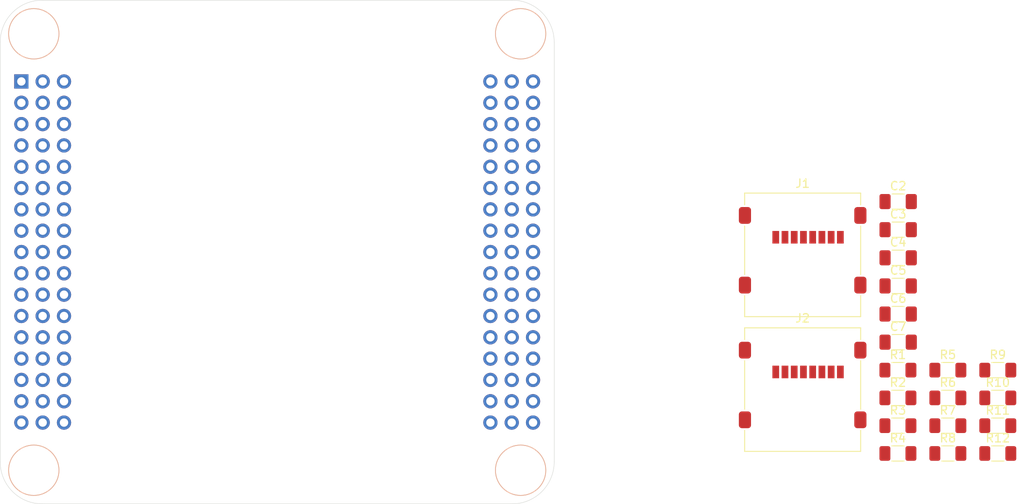
<source format=kicad_pcb>
(kicad_pcb (version 20241229) (generator "pcbnew") (generator_version "9.0")
  (layers (0 "F.Cu" signal) (2 "B.Cu" signal) (13 "F.Paste" user) (15 "B.Paste" user) (5 "F.SilkS" user "F.Silkscreen") (7 "B.SilkS" user "B.Silkscreen") (1 "F.Mask" user) (3 "B.Mask" user) (25 "Edge.Cuts" user))
  (net 0 "")
  (net 103 "+3.3V")
  (net 104 "GND")
  (net 105 "/SD_CONNECTOR_CMD")
  (net 106 "/SD_CONNECTOR_DAT2")
  (net 107 "/SD_CONNECTOR_DAT1")
  (net 108 "/SD_CONNECTOR_DAT0")
  (net 109 "/SD_CONNECTOR_DAT3")
  (net 110 "/SD_CONNECTOR_CLK")
  (net 111 "XYZ_sd_data_2")
  (net 112 "XYZ_sd_clock")
  (net 113 "XYZ_sd_data_0")
  (net 114 "XYZ_sd_data_3")
  (net 115 "XYZ_data_1")
  (net 116 "XYZ_sd_cmd")
  (footprint "Resistor_SMD:R_1206_3216Metric_Pad1.30x1.75mm_HandSolder" (layer "F.Cu") (at 235.85 117.38)
    (property "Reference" "R10" (at 0 -1.83 0) (layer "F.SilkS"))
    (property "Value" "R_Small")
    (fp_line (start -0.727064 -0.91) (end 0.727064 -0.91) (stroke (width 0.12)) (layer "F.SilkS"))
    (fp_line (start -0.727064 0.91) (end 0.727064 0.91) (stroke (width 0.12)) (layer "F.SilkS"))
    (pad "1" smd roundrect (at -1.55 0) (size 1.3 1.75) (layers "F.Cu" "F.Mask" "F.Paste") (roundrect_rratio 0.192308))
    (pad "2" smd roundrect (at 1.55 0) (size 1.3 1.75) (layers "F.Cu" "F.Mask" "F.Paste") (roundrect_rratio 0.192308) (net 108 "/SD_CONNECTOR_DAT0"))
  )
  (footprint "Resistor_SMD:R_1206_3216Metric_Pad1.30x1.75mm_HandSolder" (layer "F.Cu") (at 235.85 124)
    (property "Reference" "R12" (at 0 -1.83 0) (layer "F.SilkS"))
    (property "Value" "R_Small")
    (fp_line (start -0.727064 -0.91) (end 0.727064 -0.91) (stroke (width 0.12)) (layer "F.SilkS"))
    (fp_line (start -0.727064 0.91) (end 0.727064 0.91) (stroke (width 0.12)) (layer "F.SilkS"))
    (pad "1" smd roundrect (at -1.55 0) (size 1.3 1.75) (layers "F.Cu" "F.Mask" "F.Paste") (roundrect_rratio 0.192308))
    (pad "2" smd roundrect (at 1.55 0) (size 1.3 1.75) (layers "F.Cu" "F.Mask" "F.Paste") (roundrect_rratio 0.192308) (net 107 "/SD_CONNECTOR_DAT1"))
  )
  (footprint "Resistor_SMD:R_1206_3216Metric_Pad1.30x1.75mm_HandSolder" (layer "F.Cu") (at 223.95 120.69)
    (property "Reference" "R3" (at 0 -1.83 0) (layer "F.SilkS"))
    (property "Value" "R_Small")
    (fp_line (start -0.727064 -0.91) (end 0.727064 -0.91) (stroke (width 0.12)) (layer "F.SilkS"))
    (fp_line (start -0.727064 0.91) (end 0.727064 0.91) (stroke (width 0.12)) (layer "F.SilkS"))
    (pad "1" smd roundrect (at -1.55 0) (size 1.3 1.75) (layers "F.Cu" "F.Mask" "F.Paste") (roundrect_rratio 0.192308) (net 113 "XYZ_sd_data_0"))
    (pad "2" smd roundrect (at 1.55 0) (size 1.3 1.75) (layers "F.Cu" "F.Mask" "F.Paste") (roundrect_rratio 0.192308) (net 108 "/SD_CONNECTOR_DAT0"))
  )
  (footprint "Resistor_SMD:R_1206_3216Metric_Pad1.30x1.75mm_HandSolder" (layer "F.Cu") (at 229.9 124)
    (property "Reference" "R8" (at 0 -1.83 0) (layer "F.SilkS"))
    (property "Value" "R_Small")
    (fp_line (start -0.727064 -0.91) (end 0.727064 -0.91) (stroke (width 0.12)) (layer "F.SilkS"))
    (fp_line (start -0.727064 0.91) (end 0.727064 0.91) (stroke (width 0.12)) (layer "F.SilkS"))
    (pad "1" smd roundrect (at -1.55 0) (size 1.3 1.75) (layers "F.Cu" "F.Mask" "F.Paste") (roundrect_rratio 0.192308))
    (pad "2" smd roundrect (at 1.55 0) (size 1.3 1.75) (layers "F.Cu" "F.Mask" "F.Paste") (roundrect_rratio 0.192308) (net 110 "/SD_CONNECTOR_CLK"))
  )
  (footprint "Resistor_SMD:R_1206_3216Metric_Pad1.30x1.75mm_HandSolder" (layer "F.Cu") (at 235.85 114.07)
    (property "Reference" "R9" (at 0 -1.83 0) (layer "F.SilkS"))
    (property "Value" "R_Small")
    (fp_line (start -0.727064 -0.91) (end 0.727064 -0.91) (stroke (width 0.12)) (layer "F.SilkS"))
    (fp_line (start -0.727064 0.91) (end 0.727064 0.91) (stroke (width 0.12)) (layer "F.SilkS"))
    (pad "1" smd roundrect (at -1.55 0) (size 1.3 1.75) (layers "F.Cu" "F.Mask" "F.Paste") (roundrect_rratio 0.192308))
    (pad "2" smd roundrect (at 1.55 0) (size 1.3 1.75) (layers "F.Cu" "F.Mask" "F.Paste") (roundrect_rratio 0.192308) (net 109 "/SD_CONNECTOR_DAT3"))
  )
  (footprint "Capacitor_SMD:C_1206_3216Metric_Pad1.33x1.80mm_HandSolder" (layer "F.Cu") (at 223.98 93.99)
    (property "Reference" "C2" (at 0 -1.85 0) (layer "F.SilkS"))
    (property "Value" "1u")
    (fp_line (start -0.711252 -0.91) (end 0.711252 -0.91) (stroke (width 0.12)) (layer "F.SilkS"))
    (fp_line (start -0.711252 0.91) (end 0.711252 0.91) (stroke (width 0.12)) (layer "F.SilkS"))
    (pad "1" smd roundrect (at -1.5625 0) (size 1.325 1.8) (layers "F.Cu" "F.Mask" "F.Paste") (roundrect_rratio 0.188679) (net 103 "+3.3V"))
    (pad "2" smd roundrect (at 1.5625 0) (size 1.325 1.8) (layers "F.Cu" "F.Mask" "F.Paste") (roundrect_rratio 0.188679) (net 104 "GND"))
  )
  (footprint "Resistor_SMD:R_1206_3216Metric_Pad1.30x1.75mm_HandSolder" (layer "F.Cu") (at 223.95 114.07)
    (property "Reference" "R1" (at 0 -1.83 0) (layer "F.SilkS"))
    (property "Value" "R_Small")
    (fp_line (start -0.727064 -0.91) (end 0.727064 -0.91) (stroke (width 0.12)) (layer "F.SilkS"))
    (fp_line (start -0.727064 0.91) (end 0.727064 0.91) (stroke (width 0.12)) (layer "F.SilkS"))
    (pad "1" smd roundrect (at -1.55 0) (size 1.3 1.75) (layers "F.Cu" "F.Mask" "F.Paste") (roundrect_rratio 0.192308) (net 111 "XYZ_sd_data_2"))
    (pad "2" smd roundrect (at 1.55 0) (size 1.3 1.75) (layers "F.Cu" "F.Mask" "F.Paste") (roundrect_rratio 0.192308) (net 106 "/SD_CONNECTOR_DAT2"))
  )
  (footprint "Capacitor_SMD:C_1206_3216Metric_Pad1.33x1.80mm_HandSolder" (layer "F.Cu") (at 223.98 100.69)
    (property "Reference" "C4" (at 0 -1.85 0) (layer "F.SilkS"))
    (property "Value" "10n")
    (fp_line (start -0.711252 -0.91) (end 0.711252 -0.91) (stroke (width 0.12)) (layer "F.SilkS"))
    (fp_line (start -0.711252 0.91) (end 0.711252 0.91) (stroke (width 0.12)) (layer "F.SilkS"))
    (pad "1" smd roundrect (at -1.5625 0) (size 1.325 1.8) (layers "F.Cu" "F.Mask" "F.Paste") (roundrect_rratio 0.188679) (net 103 "+3.3V"))
    (pad "2" smd roundrect (at 1.5625 0) (size 1.325 1.8) (layers "F.Cu" "F.Mask" "F.Paste") (roundrect_rratio 0.188679) (net 104 "GND"))
  )
  (footprint "Resistor_SMD:R_1206_3216Metric_Pad1.30x1.75mm_HandSolder" (layer "F.Cu") (at 223.95 124)
    (property "Reference" "R4" (at 0 -1.83 0) (layer "F.SilkS"))
    (property "Value" "R_Small")
    (fp_line (start -0.727064 -0.91) (end 0.727064 -0.91) (stroke (width 0.12)) (layer "F.SilkS"))
    (fp_line (start -0.727064 0.91) (end 0.727064 0.91) (stroke (width 0.12)) (layer "F.SilkS"))
    (pad "1" smd roundrect (at -1.55 0) (size 1.3 1.75) (layers "F.Cu" "F.Mask" "F.Paste") (roundrect_rratio 0.192308) (net 114 "XYZ_sd_data_3"))
    (pad "2" smd roundrect (at 1.55 0) (size 1.3 1.75) (layers "F.Cu" "F.Mask" "F.Paste") (roundrect_rratio 0.192308) (net 109 "/SD_CONNECTOR_DAT3"))
  )
  (footprint "pcb:StackConnector" (layer "F.Cu") (at 150 100)
    (property "Reference" "C1" (hide yes))
    (property "Value" "~" (hide yes))
    (fp_circle (center -29 -26) (end -26 -26) (stroke (width 0.1)) (fill no) (layer "F.SilkS"))
    (fp_circle (center -29 26) (end -26 26) (stroke (width 0.1)) (fill no) (layer "F.SilkS"))
    (fp_circle (center 29 -26) (end 32 -26) (stroke (width 0.1)) (fill no) (layer "F.SilkS"))
    (fp_circle (center 29 26) (end 32 26) (stroke (width 0.1)) (fill no) (layer "F.SilkS"))
    (fp_circle (center -29 -26) (end -32 -26) (stroke (width 0.1)) (fill no) (layer "B.SilkS"))
    (fp_circle (center -29 26) (end -32 26) (stroke (width 0.1)) (fill no) (layer "B.SilkS"))
    (fp_circle (center 29 -26) (end 26 -26) (stroke (width 0.1)) (fill no) (layer "B.SilkS"))
    (fp_circle (center 29 26) (end 26 26) (stroke (width 0.1)) (fill no) (layer "B.SilkS"))
    (fp_line (start -33 25) (end -33 -25) (stroke (width 0.05)) (layer "Edge.Cuts"))
    (fp_line (start -28 -30) (end 28 -30) (stroke (width 0.05)) (layer "Edge.Cuts"))
    (fp_line (start 28 30) (end -28 30) (stroke (width 0.05)) (layer "Edge.Cuts"))
    (fp_line (start 33 -25) (end 33 25) (stroke (width 0.05)) (layer "Edge.Cuts"))
    (fp_arc (start -33 -25) (mid -31.535534 -28.535534) (end -28 -30) (stroke (width 0.05)) (layer "Edge.Cuts"))
    (fp_arc (start -28 30) (mid -31.535534 28.535534) (end -33 25) (stroke (width 0.05)) (layer "Edge.Cuts"))
    (fp_arc (start 28 -30) (mid 31.535534 -28.535534) (end 33 -25) (stroke (width 0.05)) (layer "Edge.Cuts"))
    (fp_arc (start 33 25) (mid 31.535534 28.535534) (end 28 30) (stroke (width 0.05)) (layer "Edge.Cuts"))
    (pad "" np_thru_hole circle (at -29 -26) (size 3.2 3.2) (drill 3.2) (layers "*.Cu" "*.Mask"))
    (pad "" np_thru_hole circle (at -29 26) (size 3.2 3.2) (drill 3.2) (layers "*.Cu" "*.Mask"))
    (pad "" np_thru_hole circle (at 29 -26) (size 3.2 3.2) (drill 3.2) (layers "*.Cu" "*.Mask"))
    (pad "" np_thru_hole circle (at 29 26) (size 3.2 3.2) (drill 3.2) (layers "*.Cu" "*.Mask"))
    (pad "1" thru_hole rect (at -30.48 -20.32) (size 1.7 1.7) (drill 1) (layers "*.Cu" "*.Mask"))
    (pad "2" thru_hole circle (at -30.48 -17.78) (size 1.7 1.7) (drill 1) (layers "*.Cu" "*.Mask"))
    (pad "3" thru_hole circle (at -30.48 -15.24) (size 1.7 1.7) (drill 1) (layers "*.Cu" "*.Mask"))
    (pad "4" thru_hole circle (at -30.48 -12.7) (size 1.7 1.7) (drill 1) (layers "*.Cu" "*.Mask"))
    (pad "5" thru_hole oval (at -30.48 -10.16) (size 1.7 1.7) (drill 1) (layers "*.Cu" "*.Mask"))
    (pad "6" thru_hole circle (at -30.48 -7.62) (size 1.7 1.7) (drill 1) (layers "*.Cu" "*.Mask"))
    (pad "7" thru_hole circle (at -30.48 -5.08) (size 1.7 1.7) (drill 1) (layers "*.Cu" "*.Mask"))
    (pad "8" thru_hole circle (at -30.48 -2.54) (size 1.7 1.7) (drill 1) (layers "*.Cu" "*.Mask"))
    (pad "9" thru_hole circle (at -30.48 0) (size 1.7 1.7) (drill 1) (layers "*.Cu" "*.Mask"))
    (pad "10" thru_hole circle (at -30.48 2.54) (size 1.7 1.7) (drill 1) (layers "*.Cu" "*.Mask"))
    (pad "11" thru_hole circle (at -30.48 5.08) (size 1.7 1.7) (drill 1) (layers "*.Cu" "*.Mask"))
    (pad "12" thru_hole circle (at -30.48 7.62) (size 1.7 1.7) (drill 1) (layers "*.Cu" "*.Mask"))
    (pad "13" thru_hole circle (at -30.48 10.16) (size 1.7 1.7) (drill 1) (layers "*.Cu" "*.Mask"))
    (pad "14" thru_hole circle (at -30.48 12.7) (size 1.7 1.7) (drill 1) (layers "*.Cu" "*.Mask"))
    (pad "15" thru_hole circle (at -30.48 15.24) (size 1.7 1.7) (drill 1) (layers "*.Cu" "*.Mask"))
    (pad "16" thru_hole circle (at -30.48 17.78) (size 1.7 1.7) (drill 1) (layers "*.Cu" "*.Mask"))
    (pad "17" thru_hole circle (at -30.48 20.32) (size 1.7 1.7) (drill 1) (layers "*.Cu" "*.Mask"))
    (pad "18" thru_hole circle (at -27.94 -20.32) (size 1.7 1.7) (drill 1) (layers "*.Cu" "*.Mask"))
    (pad "19" thru_hole circle (at -27.94 -17.78) (size 1.7 1.7) (drill 1) (layers "*.Cu" "*.Mask"))
    (pad "20" thru_hole circle (at -27.94 -15.24) (size 1.7 1.7) (drill 1) (layers "*.Cu" "*.Mask"))
    (pad "21" thru_hole circle (at -27.94 -12.7) (size 1.7 1.7) (drill 1) (layers "*.Cu" "*.Mask"))
    (pad "22" thru_hole oval (at -27.94 -10.16) (size 1.7 1.7) (drill 1) (layers "*.Cu" "*.Mask"))
    (pad "23" thru_hole circle (at -27.94 -7.62) (size 1.7 1.7) (drill 1) (layers "*.Cu" "*.Mask"))
    (pad "24" thru_hole circle (at -27.94 -5.08) (size 1.7 1.7) (drill 1) (layers "*.Cu" "*.Mask"))
    (pad "25" thru_hole circle (at -27.94 -2.54) (size 1.7 1.7) (drill 1) (layers "*.Cu" "*.Mask"))
    (pad "26" thru_hole circle (at -27.94 0) (size 1.7 1.7) (drill 1) (layers "*.Cu" "*.Mask"))
    (pad "27" thru_hole circle (at -27.94 2.54) (size 1.7 1.7) (drill 1) (layers "*.Cu" "*.Mask"))
    (pad "28" thru_hole circle (at -27.94 5.08) (size 1.7 1.7) (drill 1) (layers "*.Cu" "*.Mask"))
    (pad "29" thru_hole circle (at -27.94 7.62) (size 1.7 1.7) (drill 1) (layers "*.Cu" "*.Mask"))
    (pad "30" thru_hole circle (at -27.94 10.16) (size 1.7 1.7) (drill 1) (layers "*.Cu" "*.Mask"))
    (pad "31" thru_hole circle (at -27.94 12.7) (size 1.7 1.7) (drill 1) (layers "*.Cu" "*.Mask"))
    (pad "32" thru_hole circle (at -27.94 15.24) (size 1.7 1.7) (drill 1) (layers "*.Cu" "*.Mask"))
    (pad "33" thru_hole circle (at -27.94 17.78) (size 1.7 1.7) (drill 1) (layers "*.Cu" "*.Mask"))
    (pad "34" thru_hole circle (at -27.94 20.32) (size 1.7 1.7) (drill 1) (layers "*.Cu" "*.Mask"))
    (pad "35" thru_hole circle (at -25.4 -20.32) (size 1.7 1.7) (drill 1) (layers "*.Cu" "*.Mask"))
    (pad "36" thru_hole circle (at -25.4 -17.78) (size 1.7 1.7) (drill 1) (layers "*.Cu" "*.Mask"))
    (pad "37" thru_hole circle (at -25.4 -15.24) (size 1.7 1.7) (drill 1) (layers "*.Cu" "*.Mask"))
    (pad "38" thru_hole circle (at -25.4 -12.7) (size 1.7 1.7) (drill 1) (layers "*.Cu" "*.Mask"))
    (pad "39" thru_hole oval (at -25.4 -10.16) (size 1.7 1.7) (drill 1) (layers "*.Cu" "*.Mask"))
    (pad "40" thru_hole circle (at -25.4 -7.62) (size 1.7 1.7) (drill 1) (layers "*.Cu" "*.Mask"))
    (pad "41" thru_hole circle (at -25.4 -5.08) (size 1.7 1.7) (drill 1) (layers "*.Cu" "*.Mask"))
    (pad "42" thru_hole circle (at -25.4 -2.54) (size 1.7 1.7) (drill 1) (layers "*.Cu" "*.Mask"))
    (pad "43" thru_hole circle (at -25.4 0) (size 1.7 1.7) (drill 1) (layers "*.Cu" "*.Mask"))
    (pad "44" thru_hole circle (at -25.4 2.54) (size 1.7 1.7) (drill 1) (layers "*.Cu" "*.Mask"))
    (pad "45" thru_hole circle (at -25.4 5.08) (size 1.7 1.7) (drill 1) (layers "*.Cu" "*.Mask"))
    (pad "46" thru_hole circle (at -25.4 7.62) (size 1.7 1.7) (drill 1) (layers "*.Cu" "*.Mask"))
    (pad "47" thru_hole circle (at -25.4 10.16) (size 1.7 1.7) (drill 1) (layers "*.Cu" "*.Mask"))
    (pad "48" thru_hole circle (at -25.4 12.7) (size 1.7 1.7) (drill 1) (layers "*.Cu" "*.Mask"))
    (pad "49" thru_hole circle (at -25.4 15.24) (size 1.7 1.7) (drill 1) (layers "*.Cu" "*.Mask"))
    (pad "50" thru_hole circle (at -25.4 17.78) (size 1.7 1.7) (drill 1) (layers "*.Cu" "*.Mask"))
    (pad "51" thru_hole circle (at -25.4 20.32) (size 1.7 1.7) (drill 1) (layers "*.Cu" "*.Mask"))
    (pad "52" thru_hole circle (at 25.4 -20.32) (size 1.7 1.7) (drill 1) (layers "*.Cu" "*.Mask"))
    (pad "53" thru_hole circle (at 25.4 -17.78) (size 1.7 1.7) (drill 1) (layers "*.Cu" "*.Mask"))
    (pad "54" thru_hole circle (at 25.4 -15.24) (size 1.7 1.7) (drill 1) (layers "*.Cu" "*.Mask"))
    (pad "55" thru_hole circle (at 25.4 -12.7) (size 1.7 1.7) (drill 1) (layers "*.Cu" "*.Mask"))
    (pad "56" thru_hole circle (at 25.4 -10.16) (size 1.7 1.7) (drill 1) (layers "*.Cu" "*.Mask"))
    (pad "57" thru_hole circle (at 25.4 -7.62) (size 1.7 1.7) (drill 1) (layers "*.Cu" "*.Mask"))
    (pad "58" thru_hole circle (at 25.4 -5.08) (size 1.7 1.7) (drill 1) (layers "*.Cu" "*.Mask"))
    (pad "59" thru_hole circle (at 25.4 -2.54) (size 1.7 1.7) (drill 1) (layers "*.Cu" "*.Mask"))
    (pad "60" thru_hole circle (at 25.4 0) (size 1.7 1.7) (drill 1) (layers "*.Cu" "*.Mask"))
    (pad "61" thru_hole circle (at 25.4 2.54) (size 1.7 1.7) (drill 1) (layers "*.Cu" "*.Mask"))
    (pad "62" thru_hole circle (at 25.4 5.08) (size 1.7 1.7) (drill 1) (layers "*.Cu" "*.Mask"))
    (pad "63" thru_hole circle (at 25.4 7.62) (size 1.7 1.7) (drill 1) (layers "*.Cu" "*.Mask"))
    (pad "64" thru_hole circle (at 25.4 10.16) (size 1.7 1.7) (drill 1) (layers "*.Cu" "*.Mask"))
    (pad "65" thru_hole circle (at 25.4 12.7) (size 1.7 1.7) (drill 1) (layers "*.Cu" "*.Mask"))
    (pad "66" thru_hole circle (at 25.4 15.24) (size 1.7 1.7) (drill 1) (layers "*.Cu" "*.Mask"))
    (pad "67" thru_hole circle (at 25.4 17.78) (size 1.7 1.7) (drill 1) (layers "*.Cu" "*.Mask"))
    (pad "68" thru_hole circle (at 25.4 20.32) (size 1.7 1.7) (drill 1) (layers "*.Cu" "*.Mask"))
    (pad "69" thru_hole circle (at 27.94 -20.32) (size 1.7 1.7) (drill 1) (layers "*.Cu" "*.Mask"))
    (pad "70" thru_hole circle (at 27.94 -17.78) (size 1.7 1.7) (drill 1) (layers "*.Cu" "*.Mask"))
    (pad "71" thru_hole circle (at 27.94 -15.24) (size 1.7 1.7) (drill 1) (layers "*.Cu" "*.Mask"))
    (pad "72" thru_hole circle (at 27.94 -12.7) (size 1.7 1.7) (drill 1) (layers "*.Cu" "*.Mask"))
    (pad "73" thru_hole circle (at 27.94 -10.16) (size 1.7 1.7) (drill 1) (layers "*.Cu" "*.Mask"))
    (pad "74" thru_hole circle (at 27.94 -7.62) (size 1.7 1.7) (drill 1) (layers "*.Cu" "*.Mask"))
    (pad "75" thru_hole circle (at 27.94 -5.08) (size 1.7 1.7) (drill 1) (layers "*.Cu" "*.Mask"))
    (pad "76" thru_hole circle (at 27.94 -2.54) (size 1.7 1.7) (drill 1) (layers "*.Cu" "*.Mask"))
    (pad "77" thru_hole circle (at 27.94 0) (size 1.7 1.7) (drill 1) (layers "*.Cu" "*.Mask"))
    (pad "78" thru_hole circle (at 27.94 2.54) (size 1.7 1.7) (drill 1) (layers "*.Cu" "*.Mask"))
    (pad "79" thru_hole circle (at 27.94 5.08) (size 1.7 1.7) (drill 1) (layers "*.Cu" "*.Mask"))
    (pad "80" thru_hole circle (at 27.94 7.62) (size 1.7 1.7) (drill 1) (layers "*.Cu" "*.Mask"))
    (pad "81" thru_hole circle (at 27.94 10.16) (size 1.7 1.7) (drill 1) (layers "*.Cu" "*.Mask"))
    (pad "82" thru_hole circle (at 27.94 12.7) (size 1.7 1.7) (drill 1) (layers "*.Cu" "*.Mask"))
    (pad "83" thru_hole circle (at 27.94 15.24) (size 1.7 1.7) (drill 1) (layers "*.Cu" "*.Mask"))
    (pad "84" thru_hole circle (at 27.94 17.78) (size 1.7 1.7) (drill 1) (layers "*.Cu" "*.Mask"))
    (pad "85" thru_hole circle (at 27.94 20.32) (size 1.7 1.7) (drill 1) (layers "*.Cu" "*.Mask"))
    (pad "86" thru_hole circle (at 30.48 -20.32) (size 1.7 1.7) (drill 1) (layers "*.Cu" "*.Mask"))
    (pad "87" thru_hole circle (at 30.48 -17.78) (size 1.7 1.7) (drill 1) (layers "*.Cu" "*.Mask"))
    (pad "88" thru_hole circle (at 30.48 -15.24) (size 1.7 1.7) (drill 1) (layers "*.Cu" "*.Mask"))
    (pad "89" thru_hole circle (at 30.48 -12.7) (size 1.7 1.7) (drill 1) (layers "*.Cu" "*.Mask"))
    (pad "90" thru_hole circle (at 30.48 -10.16) (size 1.7 1.7) (drill 1) (layers "*.Cu" "*.Mask"))
    (pad "91" thru_hole circle (at 30.48 -7.62) (size 1.7 1.7) (drill 1) (layers "*.Cu" "*.Mask"))
    (pad "92" thru_hole circle (at 30.48 -5.08) (size 1.7 1.7) (drill 1) (layers "*.Cu" "*.Mask"))
    (pad "93" thru_hole circle (at 30.48 -2.54) (size 1.7 1.7) (drill 1) (layers "*.Cu" "*.Mask"))
    (pad "94" thru_hole circle (at 30.48 0) (size 1.7 1.7) (drill 1) (layers "*.Cu" "*.Mask"))
    (pad "95" thru_hole circle (at 30.48 2.54) (size 1.7 1.7) (drill 1) (layers "*.Cu" "*.Mask"))
    (pad "96" thru_hole circle (at 30.48 5.08) (size 1.7 1.7) (drill 1) (layers "*.Cu" "*.Mask"))
    (pad "97" thru_hole circle (at 30.48 7.62) (size 1.7 1.7) (drill 1) (layers "*.Cu" "*.Mask"))
    (pad "98" thru_hole circle (at 30.48 10.16) (size 1.7 1.7) (drill 1) (layers "*.Cu" "*.Mask"))
    (pad "99" thru_hole circle (at 30.48 12.7) (size 1.7 1.7) (drill 1) (layers "*.Cu" "*.Mask"))
    (pad "100" thru_hole circle (at 30.48 15.24) (size 1.7 1.7) (drill 1) (layers "*.Cu" "*.Mask"))
    (pad "101" thru_hole circle (at 30.48 17.78) (size 1.7 1.7) (drill 1) (layers "*.Cu" "*.Mask"))
    (pad "102" thru_hole circle (at 30.48 20.32) (size 1.7 1.7) (drill 1) (layers "*.Cu" "*.Mask"))
  )
  (footprint "Capacitor_SMD:C_1206_3216Metric_Pad1.33x1.80mm_HandSolder" (layer "F.Cu") (at 223.98 110.74)
    (property "Reference" "C7" (at 0 -1.85 0) (layer "F.SilkS"))
    (property "Value" "10n")
    (fp_line (start -0.711252 -0.91) (end 0.711252 -0.91) (stroke (width 0.12)) (layer "F.SilkS"))
    (fp_line (start -0.711252 0.91) (end 0.711252 0.91) (stroke (width 0.12)) (layer "F.SilkS"))
    (pad "1" smd roundrect (at -1.5625 0) (size 1.325 1.8) (layers "F.Cu" "F.Mask" "F.Paste") (roundrect_rratio 0.188679) (net 103 "+3.3V"))
    (pad "2" smd roundrect (at 1.5625 0) (size 1.325 1.8) (layers "F.Cu" "F.Mask" "F.Paste") (roundrect_rratio 0.188679) (net 104 "GND"))
  )
  (footprint "Capacitor_SMD:C_1206_3216Metric_Pad1.33x1.80mm_HandSolder" (layer "F.Cu") (at 223.98 97.34)
    (property "Reference" "C3" (at 0 -1.85 0) (layer "F.SilkS"))
    (property "Value" "100n")
    (fp_line (start -0.711252 -0.91) (end 0.711252 -0.91) (stroke (width 0.12)) (layer "F.SilkS"))
    (fp_line (start -0.711252 0.91) (end 0.711252 0.91) (stroke (width 0.12)) (layer "F.SilkS"))
    (pad "1" smd roundrect (at -1.5625 0) (size 1.325 1.8) (layers "F.Cu" "F.Mask" "F.Paste") (roundrect_rratio 0.188679) (net 103 "+3.3V"))
    (pad "2" smd roundrect (at 1.5625 0) (size 1.325 1.8) (layers "F.Cu" "F.Mask" "F.Paste") (roundrect_rratio 0.188679) (net 104 "GND"))
  )
  (footprint "Capacitor_SMD:C_1206_3216Metric_Pad1.33x1.80mm_HandSolder" (layer "F.Cu") (at 223.98 107.39)
    (property "Reference" "C6" (at 0 -1.85 0) (layer "F.SilkS"))
    (property "Value" "100n")
    (fp_line (start -0.711252 -0.91) (end 0.711252 -0.91) (stroke (width 0.12)) (layer "F.SilkS"))
    (fp_line (start -0.711252 0.91) (end 0.711252 0.91) (stroke (width 0.12)) (layer "F.SilkS"))
    (pad "1" smd roundrect (at -1.5625 0) (size 1.325 1.8) (layers "F.Cu" "F.Mask" "F.Paste") (roundrect_rratio 0.188679) (net 103 "+3.3V"))
    (pad "2" smd roundrect (at 1.5625 0) (size 1.325 1.8) (layers "F.Cu" "F.Mask" "F.Paste") (roundrect_rratio 0.188679) (net 104 "GND"))
  )
  (footprint "pcb:MainMiscellaneousBoardHousing" (layer "F.Cu") (at 150 100)
    (property "Reference" "N1" (hide yes))
    (property "Value" "Housing" (hide yes))
  )
  (footprint "Resistor_SMD:R_1206_3216Metric_Pad1.30x1.75mm_HandSolder" (layer "F.Cu") (at 229.9 114.07)
    (property "Reference" "R5" (at 0 -1.83 0) (layer "F.SilkS"))
    (property "Value" "R_Small")
    (fp_line (start -0.727064 -0.91) (end 0.727064 -0.91) (stroke (width 0.12)) (layer "F.SilkS"))
    (fp_line (start -0.727064 0.91) (end 0.727064 0.91) (stroke (width 0.12)) (layer "F.SilkS"))
    (pad "1" smd roundrect (at -1.55 0) (size 1.3 1.75) (layers "F.Cu" "F.Mask" "F.Paste") (roundrect_rratio 0.192308) (net 115 "XYZ_data_1"))
    (pad "2" smd roundrect (at 1.55 0) (size 1.3 1.75) (layers "F.Cu" "F.Mask" "F.Paste") (roundrect_rratio 0.192308) (net 107 "/SD_CONNECTOR_DAT1"))
  )
  (footprint "Resistor_SMD:R_1206_3216Metric_Pad1.30x1.75mm_HandSolder" (layer "F.Cu") (at 229.9 120.69)
    (property "Reference" "R7" (at 0 -1.83 0) (layer "F.SilkS"))
    (property "Value" "R_Small")
    (fp_line (start -0.727064 -0.91) (end 0.727064 -0.91) (stroke (width 0.12)) (layer "F.SilkS"))
    (fp_line (start -0.727064 0.91) (end 0.727064 0.91) (stroke (width 0.12)) (layer "F.SilkS"))
    (pad "1" smd roundrect (at -1.55 0) (size 1.3 1.75) (layers "F.Cu" "F.Mask" "F.Paste") (roundrect_rratio 0.192308))
    (pad "2" smd roundrect (at 1.55 0) (size 1.3 1.75) (layers "F.Cu" "F.Mask" "F.Paste") (roundrect_rratio 0.192308) (net 106 "/SD_CONNECTOR_DAT2"))
  )
  (footprint "Resistor_SMD:R_1206_3216Metric_Pad1.30x1.75mm_HandSolder" (layer "F.Cu") (at 235.85 120.69)
    (property "Reference" "R11" (at 0 -1.83 0) (layer "F.SilkS"))
    (property "Value" "R_Small")
    (fp_line (start -0.727064 -0.91) (end 0.727064 -0.91) (stroke (width 0.12)) (layer "F.SilkS"))
    (fp_line (start -0.727064 0.91) (end 0.727064 0.91) (stroke (width 0.12)) (layer "F.SilkS"))
    (pad "1" smd roundrect (at -1.55 0) (size 1.3 1.75) (layers "F.Cu" "F.Mask" "F.Paste") (roundrect_rratio 0.192308))
    (pad "2" smd roundrect (at 1.55 0) (size 1.3 1.75) (layers "F.Cu" "F.Mask" "F.Paste") (roundrect_rratio 0.192308) (net 105 "/SD_CONNECTOR_CMD"))
  )
  (footprint "pcb:microSD_HC_Molex_47219-2001" (layer "F.Cu") (at 212.6 100.34)
    (property "Reference" "J1" (at 0 -8.5 0) (layer "F.SilkS"))
    (property "Value" "0472192001")
    (fp_line (start -6.91 -7.36) (end -6.91 -5.96) (stroke (width 0.12)) (layer "F.SilkS"))
    (fp_line (start -6.91 -7.36) (end 6.91 -7.36) (stroke (width 0.12)) (layer "F.SilkS"))
    (fp_line (start -6.91 2.34) (end -6.91 -3.44) (stroke (width 0.12)) (layer "F.SilkS"))
    (fp_line (start -6.91 4.86) (end -6.91 7.36) (stroke (width 0.12)) (layer "F.SilkS"))
    (fp_line (start -6.91 7.36) (end 6.91 7.36) (stroke (width 0.12)) (layer "F.SilkS"))
    (fp_line (start 6.91 -7.36) (end 6.91 -5.96) (stroke (width 0.12)) (layer "F.SilkS"))
    (fp_line (start 6.91 -3.44) (end 6.91 2.34) (stroke (width 0.12)) (layer "F.SilkS"))
    (fp_line (start 6.91 4.86) (end 6.91 7.36) (stroke (width 0.12)) (layer "F.SilkS"))
    (pad "1" smd rect (at -3.205 -2.1) (size 0.8 1.5) (layers "F.Cu" "F.Mask" "F.Paste") (net 106 "/SD_CONNECTOR_DAT2"))
    (pad "2" smd rect (at -2.105 -2.1) (size 0.8 1.5) (layers "F.Cu" "F.Mask" "F.Paste") (net 109 "/SD_CONNECTOR_DAT3"))
    (pad "3" smd rect (at -1.005 -2.1) (size 0.8 1.5) (layers "F.Cu" "F.Mask" "F.Paste") (net 105 "/SD_CONNECTOR_CMD"))
    (pad "4" smd rect (at 0.095 -2.1) (size 0.8 1.5) (layers "F.Cu" "F.Mask" "F.Paste") (net 103 "+3.3V"))
    (pad "5" smd rect (at 1.195 -2.1) (size 0.8 1.5) (layers "F.Cu" "F.Mask" "F.Paste") (net 110 "/SD_CONNECTOR_CLK"))
    (pad "6" smd rect (at 2.295 -2.1) (size 0.8 1.5) (layers "F.Cu" "F.Mask" "F.Paste") (net 104 "GND"))
    (pad "7" smd rect (at 3.395 -2.1) (size 0.8 1.5) (layers "F.Cu" "F.Mask" "F.Paste") (net 108 "/SD_CONNECTOR_DAT0"))
    (pad "8" smd rect (at 4.495 -2.1) (size 0.8 1.5) (layers "F.Cu" "F.Mask" "F.Paste") (net 107 "/SD_CONNECTOR_DAT1"))
    (pad "9" smd roundrect (at -6.875 -4.7) (size 1.45 2) (layers "F.Cu" "F.Mask" "F.Paste") (net 104 "GND"))
    (pad "9" smd roundrect (at -6.875 3.6) (size 1.45 2) (layers "F.Cu" "F.Mask" "F.Paste") (net 104 "GND"))
    (pad "9" smd roundrect (at 6.875 -4.7) (size 1.45 2) (layers "F.Cu" "F.Mask" "F.Paste") (net 104 "GND"))
    (pad "9" smd roundrect (at 6.875 3.6) (size 1.45 2) (layers "F.Cu" "F.Mask" "F.Paste") (net 104 "GND"))
  )
  (footprint "Resistor_SMD:R_1206_3216Metric_Pad1.30x1.75mm_HandSolder" (layer "F.Cu") (at 223.95 117.38)
    (property "Reference" "R2" (at 0 -1.83 0) (layer "F.SilkS"))
    (property "Value" "R_Small")
    (fp_line (start -0.727064 -0.91) (end 0.727064 -0.91) (stroke (width 0.12)) (layer "F.SilkS"))
    (fp_line (start -0.727064 0.91) (end 0.727064 0.91) (stroke (width 0.12)) (layer "F.SilkS"))
    (pad "1" smd roundrect (at -1.55 0) (size 1.3 1.75) (layers "F.Cu" "F.Mask" "F.Paste") (roundrect_rratio 0.192308) (net 112 "XYZ_sd_clock"))
    (pad "2" smd roundrect (at 1.55 0) (size 1.3 1.75) (layers "F.Cu" "F.Mask" "F.Paste") (roundrect_rratio 0.192308) (net 110 "/SD_CONNECTOR_CLK"))
  )
  (footprint "Capacitor_SMD:C_1206_3216Metric_Pad1.33x1.80mm_HandSolder" (layer "F.Cu") (at 223.98 104.04)
    (property "Reference" "C5" (at 0 -1.85 0) (layer "F.SilkS"))
    (property "Value" "1u")
    (fp_line (start -0.711252 -0.91) (end 0.711252 -0.91) (stroke (width 0.12)) (layer "F.SilkS"))
    (fp_line (start -0.711252 0.91) (end 0.711252 0.91) (stroke (width 0.12)) (layer "F.SilkS"))
    (pad "1" smd roundrect (at -1.5625 0) (size 1.325 1.8) (layers "F.Cu" "F.Mask" "F.Paste") (roundrect_rratio 0.188679) (net 103 "+3.3V"))
    (pad "2" smd roundrect (at 1.5625 0) (size 1.325 1.8) (layers "F.Cu" "F.Mask" "F.Paste") (roundrect_rratio 0.188679) (net 104 "GND"))
  )
  (footprint "Resistor_SMD:R_1206_3216Metric_Pad1.30x1.75mm_HandSolder" (layer "F.Cu") (at 229.9 117.38)
    (property "Reference" "R6" (at 0 -1.83 0) (layer "F.SilkS"))
    (property "Value" "R_Small")
    (fp_line (start -0.727064 -0.91) (end 0.727064 -0.91) (stroke (width 0.12)) (layer "F.SilkS"))
    (fp_line (start -0.727064 0.91) (end 0.727064 0.91) (stroke (width 0.12)) (layer "F.SilkS"))
    (pad "1" smd roundrect (at -1.55 0) (size 1.3 1.75) (layers "F.Cu" "F.Mask" "F.Paste") (roundrect_rratio 0.192308) (net 116 "XYZ_sd_cmd"))
    (pad "2" smd roundrect (at 1.55 0) (size 1.3 1.75) (layers "F.Cu" "F.Mask" "F.Paste") (roundrect_rratio 0.192308) (net 105 "/SD_CONNECTOR_CMD"))
  )
  (footprint "pcb:microSD_HC_Molex_47219-2001" (layer "F.Cu") (at 212.6 116.39)
    (property "Reference" "J2" (at 0 -8.5 0) (layer "F.SilkS"))
    (property "Value" "0472192001")
    (fp_line (start -6.91 -7.36) (end -6.91 -5.96) (stroke (width 0.12)) (layer "F.SilkS"))
    (fp_line (start -6.91 -7.36) (end 6.91 -7.36) (stroke (width 0.12)) (layer "F.SilkS"))
    (fp_line (start -6.91 2.34) (end -6.91 -3.44) (stroke (width 0.12)) (layer "F.SilkS"))
    (fp_line (start -6.91 4.86) (end -6.91 7.36) (stroke (width 0.12)) (layer "F.SilkS"))
    (fp_line (start -6.91 7.36) (end 6.91 7.36) (stroke (width 0.12)) (layer "F.SilkS"))
    (fp_line (start 6.91 -7.36) (end 6.91 -5.96) (stroke (width 0.12)) (layer "F.SilkS"))
    (fp_line (start 6.91 -3.44) (end 6.91 2.34) (stroke (width 0.12)) (layer "F.SilkS"))
    (fp_line (start 6.91 4.86) (end 6.91 7.36) (stroke (width 0.12)) (layer "F.SilkS"))
    (pad "1" smd rect (at -3.205 -2.1) (size 0.8 1.5) (layers "F.Cu" "F.Mask" "F.Paste") (net 106 "/SD_CONNECTOR_DAT2"))
    (pad "2" smd rect (at -2.105 -2.1) (size 0.8 1.5) (layers "F.Cu" "F.Mask" "F.Paste") (net 109 "/SD_CONNECTOR_DAT3"))
    (pad "3" smd rect (at -1.005 -2.1) (size 0.8 1.5) (layers "F.Cu" "F.Mask" "F.Paste") (net 105 "/SD_CONNECTOR_CMD"))
    (pad "4" smd rect (at 0.095 -2.1) (size 0.8 1.5) (layers "F.Cu" "F.Mask" "F.Paste") (net 103 "+3.3V"))
    (pad "5" smd rect (at 1.195 -2.1) (size 0.8 1.5) (layers "F.Cu" "F.Mask" "F.Paste") (net 110 "/SD_CONNECTOR_CLK"))
    (pad "6" smd rect (at 2.295 -2.1) (size 0.8 1.5) (layers "F.Cu" "F.Mask" "F.Paste") (net 104 "GND"))
    (pad "7" smd rect (at 3.395 -2.1) (size 0.8 1.5) (layers "F.Cu" "F.Mask" "F.Paste") (net 108 "/SD_CONNECTOR_DAT0"))
    (pad "8" smd rect (at 4.495 -2.1) (size 0.8 1.5) (layers "F.Cu" "F.Mask" "F.Paste") (net 107 "/SD_CONNECTOR_DAT1"))
    (pad "9" smd roundrect (at -6.875 -4.7) (size 1.45 2) (layers "F.Cu" "F.Mask" "F.Paste") (net 104 "GND"))
    (pad "9" smd roundrect (at -6.875 3.6) (size 1.45 2) (layers "F.Cu" "F.Mask" "F.Paste") (net 104 "GND"))
    (pad "9" smd roundrect (at 6.875 -4.7) (size 1.45 2) (layers "F.Cu" "F.Mask" "F.Paste") (net 104 "GND"))
    (pad "9" smd roundrect (at 6.875 3.6) (size 1.45 2) (layers "F.Cu" "F.Mask" "F.Paste") (net 104 "GND"))
  )
  (gr_text "\n" (at 154 108 0) (layer "F.Cu") (effects (font (size 1.27 1.27))))
)
</source>
